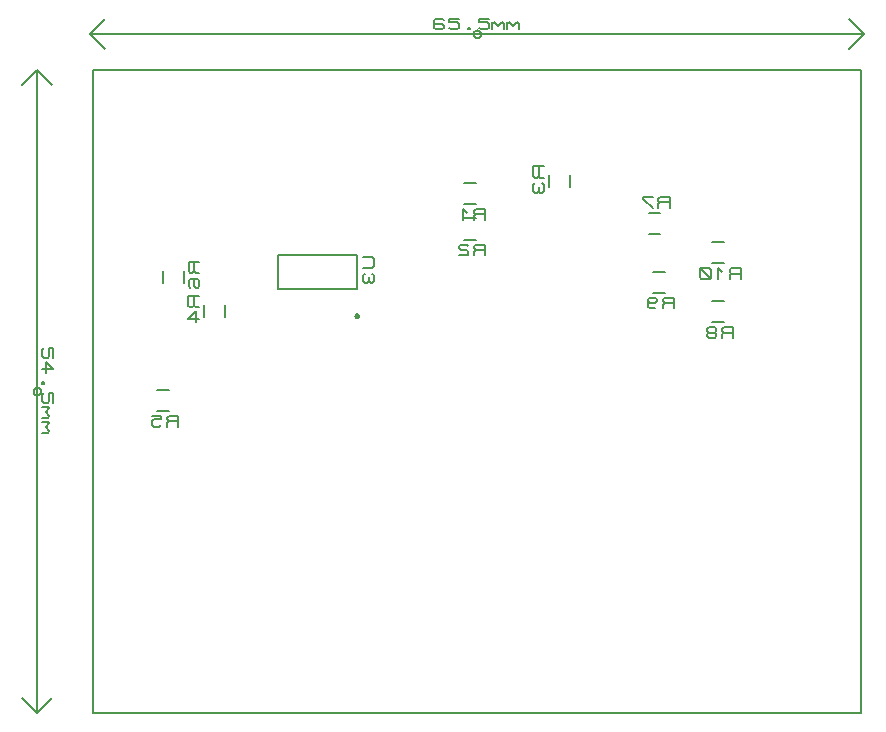
<source format=gbr>
G04 PROTEUS RS274X GERBER FILE*
%FSLAX45Y45*%
%MOMM*%
G01*
%ADD22C,0.203200*%
%ADD28C,0.200000*%
%ADD29C,0.250000*%
D22*
X+70569Y+50000D02*
X+6570569Y+50000D01*
X+6570569Y+5500000D01*
X+70569Y+5500000D01*
X+70569Y+50000D01*
D28*
X+660569Y+3695000D02*
X+660569Y+3795000D01*
X+840569Y+3695000D02*
X+840569Y+3795000D01*
D22*
X+972489Y+3872000D02*
X+881049Y+3872000D01*
X+881049Y+3792625D01*
X+896289Y+3776750D01*
X+911529Y+3776750D01*
X+926769Y+3792625D01*
X+926769Y+3872000D01*
X+926769Y+3792625D02*
X+942009Y+3776750D01*
X+972489Y+3776750D01*
X+896289Y+3649750D02*
X+881049Y+3665625D01*
X+881049Y+3713250D01*
X+896289Y+3729125D01*
X+957249Y+3729125D01*
X+972489Y+3713250D01*
X+972489Y+3665625D01*
X+957249Y+3649750D01*
X+942009Y+3649750D01*
X+926769Y+3665625D01*
X+926769Y+3729125D01*
D28*
X+615569Y+2790000D02*
X+715569Y+2790000D01*
X+615569Y+2610000D02*
X+715569Y+2610000D01*
D22*
X+792569Y+2478080D02*
X+792569Y+2569520D01*
X+713194Y+2569520D01*
X+697319Y+2554280D01*
X+697319Y+2539040D01*
X+713194Y+2523800D01*
X+792569Y+2523800D01*
X+713194Y+2523800D02*
X+697319Y+2508560D01*
X+697319Y+2478080D01*
X+570319Y+2569520D02*
X+649694Y+2569520D01*
X+649694Y+2539040D01*
X+586194Y+2539040D01*
X+570319Y+2523800D01*
X+570319Y+2493320D01*
X+586194Y+2478080D01*
X+633819Y+2478080D01*
X+649694Y+2493320D01*
D28*
X+1190569Y+3505000D02*
X+1190569Y+3405000D01*
X+1010569Y+3505000D02*
X+1010569Y+3405000D01*
D22*
X+970089Y+3582000D02*
X+878649Y+3582000D01*
X+878649Y+3502625D01*
X+893889Y+3486750D01*
X+909129Y+3486750D01*
X+924369Y+3502625D01*
X+924369Y+3582000D01*
X+924369Y+3502625D02*
X+939609Y+3486750D01*
X+970089Y+3486750D01*
X+939609Y+3359750D02*
X+939609Y+3455000D01*
X+878649Y+3391500D01*
X+970089Y+3391500D01*
D29*
X+2318069Y+3415000D02*
X+2318026Y+3416039D01*
X+2317674Y+3418118D01*
X+2316937Y+3420197D01*
X+2315733Y+3422276D01*
X+2313892Y+3424326D01*
X+2311813Y+3425829D01*
X+2309734Y+3426786D01*
X+2307655Y+3427325D01*
X+2305576Y+3427500D01*
X+2305569Y+3427500D01*
X+2293069Y+3415000D02*
X+2293112Y+3416039D01*
X+2293464Y+3418118D01*
X+2294201Y+3420197D01*
X+2295405Y+3422276D01*
X+2297246Y+3424326D01*
X+2299325Y+3425829D01*
X+2301404Y+3426786D01*
X+2303483Y+3427325D01*
X+2305562Y+3427500D01*
X+2305569Y+3427500D01*
X+2293069Y+3415000D02*
X+2293112Y+3413961D01*
X+2293464Y+3411882D01*
X+2294201Y+3409803D01*
X+2295405Y+3407724D01*
X+2297246Y+3405674D01*
X+2299325Y+3404171D01*
X+2301404Y+3403214D01*
X+2303483Y+3402675D01*
X+2305562Y+3402500D01*
X+2305569Y+3402500D01*
X+2318069Y+3415000D02*
X+2318026Y+3413961D01*
X+2317674Y+3411882D01*
X+2316937Y+3409803D01*
X+2315733Y+3407724D01*
X+2313892Y+3405674D01*
X+2311813Y+3404171D01*
X+2309734Y+3403214D01*
X+2307655Y+3402675D01*
X+2305576Y+3402500D01*
X+2305569Y+3402500D01*
D28*
X+1635569Y+3645000D02*
X+1635569Y+3935000D01*
X+2305569Y+3935000D01*
X+2305569Y+3645000D01*
X+1635569Y+3645000D01*
D22*
X+2361049Y+3917000D02*
X+2437249Y+3917000D01*
X+2452489Y+3901125D01*
X+2452489Y+3837625D01*
X+2437249Y+3821750D01*
X+2361049Y+3821750D01*
X+2376289Y+3774125D02*
X+2361049Y+3758250D01*
X+2361049Y+3710625D01*
X+2376289Y+3694750D01*
X+2391529Y+3694750D01*
X+2406769Y+3710625D01*
X+2422009Y+3694750D01*
X+2437249Y+3694750D01*
X+2452489Y+3710625D01*
X+2452489Y+3758250D01*
X+2437249Y+3774125D01*
X+2406769Y+3742375D02*
X+2406769Y+3710625D01*
D28*
X+4110569Y+4605000D02*
X+4110569Y+4505000D01*
X+3930569Y+4605000D02*
X+3930569Y+4505000D01*
D22*
X+3890089Y+4682000D02*
X+3798649Y+4682000D01*
X+3798649Y+4602625D01*
X+3813889Y+4586750D01*
X+3829129Y+4586750D01*
X+3844369Y+4602625D01*
X+3844369Y+4682000D01*
X+3844369Y+4602625D02*
X+3859609Y+4586750D01*
X+3890089Y+4586750D01*
X+3813889Y+4539125D02*
X+3798649Y+4523250D01*
X+3798649Y+4475625D01*
X+3813889Y+4459750D01*
X+3829129Y+4459750D01*
X+3844369Y+4475625D01*
X+3859609Y+4459750D01*
X+3874849Y+4459750D01*
X+3890089Y+4475625D01*
X+3890089Y+4523250D01*
X+3874849Y+4539125D01*
X+3844369Y+4507375D02*
X+3844369Y+4475625D01*
D28*
X+3215569Y+4540000D02*
X+3315569Y+4540000D01*
X+3215569Y+4360000D02*
X+3315569Y+4360000D01*
D22*
X+3392569Y+4228080D02*
X+3392569Y+4319520D01*
X+3313194Y+4319520D01*
X+3297319Y+4304280D01*
X+3297319Y+4289040D01*
X+3313194Y+4273800D01*
X+3392569Y+4273800D01*
X+3313194Y+4273800D02*
X+3297319Y+4258560D01*
X+3297319Y+4228080D01*
X+3233819Y+4289040D02*
X+3202069Y+4319520D01*
X+3202069Y+4228080D01*
D28*
X+3215569Y+4240000D02*
X+3315569Y+4240000D01*
X+3215569Y+4060000D02*
X+3315569Y+4060000D01*
D22*
X+3392569Y+3928080D02*
X+3392569Y+4019520D01*
X+3313194Y+4019520D01*
X+3297319Y+4004280D01*
X+3297319Y+3989040D01*
X+3313194Y+3973800D01*
X+3392569Y+3973800D01*
X+3313194Y+3973800D02*
X+3297319Y+3958560D01*
X+3297319Y+3928080D01*
X+3249694Y+4004280D02*
X+3233819Y+4019520D01*
X+3186194Y+4019520D01*
X+3170319Y+4004280D01*
X+3170319Y+3989040D01*
X+3186194Y+3973800D01*
X+3233819Y+3973800D01*
X+3249694Y+3958560D01*
X+3249694Y+3928080D01*
X+3170319Y+3928080D01*
D28*
X+4875569Y+4110000D02*
X+4775569Y+4110000D01*
X+4875569Y+4290000D02*
X+4775569Y+4290000D01*
D22*
X+4952569Y+4330480D02*
X+4952569Y+4421920D01*
X+4873194Y+4421920D01*
X+4857319Y+4406680D01*
X+4857319Y+4391440D01*
X+4873194Y+4376200D01*
X+4952569Y+4376200D01*
X+4873194Y+4376200D02*
X+4857319Y+4360960D01*
X+4857319Y+4330480D01*
X+4809694Y+4421920D02*
X+4730319Y+4421920D01*
X+4730319Y+4406680D01*
X+4809694Y+4330480D01*
D28*
X+5315569Y+3540000D02*
X+5415569Y+3540000D01*
X+5315569Y+3360000D02*
X+5415569Y+3360000D01*
D22*
X+5492569Y+3228080D02*
X+5492569Y+3319520D01*
X+5413194Y+3319520D01*
X+5397319Y+3304280D01*
X+5397319Y+3289040D01*
X+5413194Y+3273800D01*
X+5492569Y+3273800D01*
X+5413194Y+3273800D02*
X+5397319Y+3258560D01*
X+5397319Y+3228080D01*
X+5333819Y+3273800D02*
X+5349694Y+3289040D01*
X+5349694Y+3304280D01*
X+5333819Y+3319520D01*
X+5286194Y+3319520D01*
X+5270319Y+3304280D01*
X+5270319Y+3289040D01*
X+5286194Y+3273800D01*
X+5333819Y+3273800D01*
X+5349694Y+3258560D01*
X+5349694Y+3243320D01*
X+5333819Y+3228080D01*
X+5286194Y+3228080D01*
X+5270319Y+3243320D01*
X+5270319Y+3258560D01*
X+5286194Y+3273800D01*
D28*
X+4815569Y+3790000D02*
X+4915569Y+3790000D01*
X+4815569Y+3610000D02*
X+4915569Y+3610000D01*
D22*
X+4992569Y+3478080D02*
X+4992569Y+3569520D01*
X+4913194Y+3569520D01*
X+4897319Y+3554280D01*
X+4897319Y+3539040D01*
X+4913194Y+3523800D01*
X+4992569Y+3523800D01*
X+4913194Y+3523800D02*
X+4897319Y+3508560D01*
X+4897319Y+3478080D01*
X+4770319Y+3539040D02*
X+4786194Y+3523800D01*
X+4833819Y+3523800D01*
X+4849694Y+3539040D01*
X+4849694Y+3554280D01*
X+4833819Y+3569520D01*
X+4786194Y+3569520D01*
X+4770319Y+3554280D01*
X+4770319Y+3493320D01*
X+4786194Y+3478080D01*
X+4833819Y+3478080D01*
D28*
X+5315569Y+4040000D02*
X+5415569Y+4040000D01*
X+5315569Y+3860000D02*
X+5415569Y+3860000D01*
D22*
X+5556069Y+3728080D02*
X+5556069Y+3819520D01*
X+5476694Y+3819520D01*
X+5460819Y+3804280D01*
X+5460819Y+3789040D01*
X+5476694Y+3773800D01*
X+5556069Y+3773800D01*
X+5476694Y+3773800D02*
X+5460819Y+3758560D01*
X+5460819Y+3728080D01*
X+5397319Y+3789040D02*
X+5365569Y+3819520D01*
X+5365569Y+3728080D01*
X+5302069Y+3743320D02*
X+5302069Y+3804280D01*
X+5286194Y+3819520D01*
X+5222694Y+3819520D01*
X+5206819Y+3804280D01*
X+5206819Y+3743320D01*
X+5222694Y+3728080D01*
X+5286194Y+3728080D01*
X+5302069Y+3743320D01*
X+5302069Y+3728080D02*
X+5206819Y+3819520D01*
X+50000Y+5800000D02*
X+6600000Y+5800000D01*
X+50000Y+5800000D02*
X+177000Y+5673000D01*
X+50000Y+5800000D02*
X+177000Y+5927000D01*
X+6600000Y+5800000D02*
X+6473000Y+5927000D01*
X+6600000Y+5800000D02*
X+6473000Y+5673000D01*
X+3356750Y+5800000D02*
X+3356641Y+5802634D01*
X+3355751Y+5807903D01*
X+3353889Y+5813172D01*
X+3350846Y+5818441D01*
X+3346191Y+5823643D01*
X+3340922Y+5827469D01*
X+3335653Y+5829909D01*
X+3330384Y+5831290D01*
X+3325115Y+5831750D01*
X+3325000Y+5831750D01*
X+3293250Y+5800000D02*
X+3293359Y+5802634D01*
X+3294249Y+5807903D01*
X+3296111Y+5813172D01*
X+3299154Y+5818441D01*
X+3303809Y+5823643D01*
X+3309078Y+5827469D01*
X+3314347Y+5829909D01*
X+3319616Y+5831290D01*
X+3324885Y+5831750D01*
X+3325000Y+5831750D01*
X+3293250Y+5800000D02*
X+3293359Y+5797366D01*
X+3294249Y+5792097D01*
X+3296111Y+5786828D01*
X+3299154Y+5781559D01*
X+3303809Y+5776357D01*
X+3309078Y+5772531D01*
X+3314347Y+5770091D01*
X+3319616Y+5768710D01*
X+3324885Y+5768250D01*
X+3325000Y+5768250D01*
X+3356750Y+5800000D02*
X+3356641Y+5797366D01*
X+3355751Y+5792097D01*
X+3353889Y+5786828D01*
X+3350846Y+5781559D01*
X+3346191Y+5776357D01*
X+3340922Y+5772531D01*
X+3335653Y+5770091D01*
X+3330384Y+5768710D01*
X+3325115Y+5768250D01*
X+3325000Y+5768250D01*
X+3039250Y+5916840D02*
X+3023375Y+5932080D01*
X+2975750Y+5932080D01*
X+2959875Y+5916840D01*
X+2959875Y+5855880D01*
X+2975750Y+5840640D01*
X+3023375Y+5840640D01*
X+3039250Y+5855880D01*
X+3039250Y+5871120D01*
X+3023375Y+5886360D01*
X+2959875Y+5886360D01*
X+3166250Y+5932080D02*
X+3086875Y+5932080D01*
X+3086875Y+5901600D01*
X+3150375Y+5901600D01*
X+3166250Y+5886360D01*
X+3166250Y+5855880D01*
X+3150375Y+5840640D01*
X+3102750Y+5840640D01*
X+3086875Y+5855880D01*
X+3245625Y+5855880D02*
X+3261500Y+5855880D01*
X+3261500Y+5840640D01*
X+3245625Y+5840640D01*
X+3245625Y+5855880D01*
X+3420250Y+5932080D02*
X+3340875Y+5932080D01*
X+3340875Y+5901600D01*
X+3404375Y+5901600D01*
X+3420250Y+5886360D01*
X+3420250Y+5855880D01*
X+3404375Y+5840640D01*
X+3356750Y+5840640D01*
X+3340875Y+5855880D01*
X+3452000Y+5840640D02*
X+3452000Y+5901600D01*
X+3452000Y+5886360D02*
X+3467875Y+5901600D01*
X+3499625Y+5871120D01*
X+3531375Y+5901600D01*
X+3547250Y+5886360D01*
X+3547250Y+5840640D01*
X+3579000Y+5840640D02*
X+3579000Y+5901600D01*
X+3579000Y+5886360D02*
X+3594875Y+5901600D01*
X+3626625Y+5871120D01*
X+3658375Y+5901600D01*
X+3674250Y+5886360D01*
X+3674250Y+5840640D01*
X-400000Y+5500000D02*
X-400000Y+50000D01*
X-400000Y+5500000D02*
X-527000Y+5373000D01*
X-400000Y+5500000D02*
X-273000Y+5373000D01*
X-400000Y+50000D02*
X-273000Y+177000D01*
X-400000Y+50000D02*
X-527000Y+177000D01*
X-368250Y+2775000D02*
X-368359Y+2777634D01*
X-369249Y+2782903D01*
X-371111Y+2788172D01*
X-374154Y+2793441D01*
X-378809Y+2798643D01*
X-384078Y+2802469D01*
X-389347Y+2804909D01*
X-394616Y+2806290D01*
X-399885Y+2806750D01*
X-400000Y+2806750D01*
X-431750Y+2775000D02*
X-431641Y+2777634D01*
X-430751Y+2782903D01*
X-428889Y+2788172D01*
X-425846Y+2793441D01*
X-421191Y+2798643D01*
X-415922Y+2802469D01*
X-410653Y+2804909D01*
X-405384Y+2806290D01*
X-400115Y+2806750D01*
X-400000Y+2806750D01*
X-431750Y+2775000D02*
X-431641Y+2772366D01*
X-430751Y+2767097D01*
X-428889Y+2761828D01*
X-425846Y+2756559D01*
X-421191Y+2751357D01*
X-415922Y+2747531D01*
X-410653Y+2745091D01*
X-405384Y+2743710D01*
X-400115Y+2743250D01*
X-400000Y+2743250D01*
X-368250Y+2775000D02*
X-368359Y+2772366D01*
X-369249Y+2767097D01*
X-371111Y+2761828D01*
X-374154Y+2756559D01*
X-378809Y+2751357D01*
X-384078Y+2747531D01*
X-389347Y+2745091D01*
X-394616Y+2743710D01*
X-399885Y+2743250D01*
X-400000Y+2743250D01*
X-267920Y+3060750D02*
X-267920Y+3140125D01*
X-298400Y+3140125D01*
X-298400Y+3076625D01*
X-313640Y+3060750D01*
X-344120Y+3060750D01*
X-359360Y+3076625D01*
X-359360Y+3124250D01*
X-344120Y+3140125D01*
X-328880Y+2933750D02*
X-328880Y+3029000D01*
X-267920Y+2965500D01*
X-359360Y+2965500D01*
X-344120Y+2854375D02*
X-344120Y+2838500D01*
X-359360Y+2838500D01*
X-359360Y+2854375D01*
X-344120Y+2854375D01*
X-267920Y+2679750D02*
X-267920Y+2759125D01*
X-298400Y+2759125D01*
X-298400Y+2695625D01*
X-313640Y+2679750D01*
X-344120Y+2679750D01*
X-359360Y+2695625D01*
X-359360Y+2743250D01*
X-344120Y+2759125D01*
X-359360Y+2648000D02*
X-298400Y+2648000D01*
X-313640Y+2648000D02*
X-298400Y+2632125D01*
X-328880Y+2600375D01*
X-298400Y+2568625D01*
X-313640Y+2552750D01*
X-359360Y+2552750D01*
X-359360Y+2521000D02*
X-298400Y+2521000D01*
X-313640Y+2521000D02*
X-298400Y+2505125D01*
X-328880Y+2473375D01*
X-298400Y+2441625D01*
X-313640Y+2425750D01*
X-359360Y+2425750D01*
M02*

</source>
